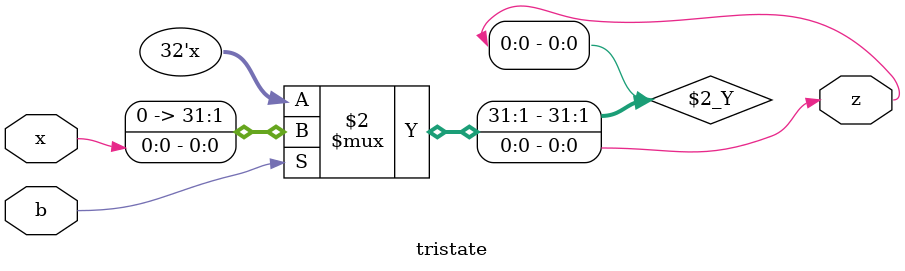
<source format=v>
module tristate(x, b, z);
	input x, b;
	output z;

	assign z = b ? x : 'BZ;
endmodule

</source>
